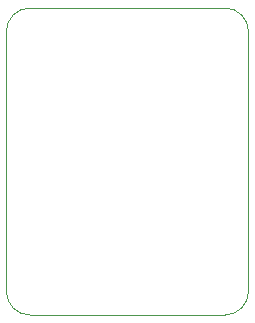
<source format=gbr>
%TF.GenerationSoftware,KiCad,Pcbnew,5.1.7-a382d34a8~88~ubuntu20.04.1*%
%TF.CreationDate,2021-01-30T07:14:25-08:00*%
%TF.ProjectId,nrf52dk-trace-pmod,6e726635-3264-46b2-9d74-726163652d70,rev?*%
%TF.SameCoordinates,Original*%
%TF.FileFunction,Profile,NP*%
%FSLAX46Y46*%
G04 Gerber Fmt 4.6, Leading zero omitted, Abs format (unit mm)*
G04 Created by KiCad (PCBNEW 5.1.7-a382d34a8~88~ubuntu20.04.1) date 2021-01-30 07:14:25*
%MOMM*%
%LPD*%
G01*
G04 APERTURE LIST*
%TA.AperFunction,Profile*%
%ADD10C,0.050000*%
%TD*%
G04 APERTURE END LIST*
D10*
X135000000Y-80500000D02*
X118500000Y-80500000D01*
X137000000Y-104500000D02*
X137000000Y-82500000D01*
X118500000Y-106500000D02*
X135000000Y-106500000D01*
X116500000Y-82500000D02*
X116500000Y-104500000D01*
X135000000Y-80500000D02*
G75*
G02*
X137000000Y-82500000I0J-2000000D01*
G01*
X137000000Y-104500000D02*
G75*
G02*
X135000000Y-106500000I-2000000J0D01*
G01*
X118500000Y-106500000D02*
G75*
G02*
X116500000Y-104500000I0J2000000D01*
G01*
X116500000Y-82500000D02*
G75*
G02*
X118500000Y-80500000I2000000J0D01*
G01*
M02*

</source>
